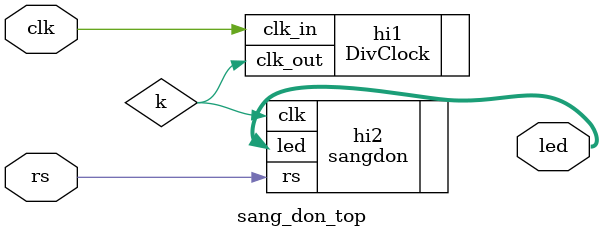
<source format=v>
`timescale 1ns / 1ps
module sang_don_top(
input clk,rs,
output [7:0]led
    );
	 wire k;
DivClock hi1 (.clk_in(clk),.clk_out(k));
sangdon  hi2 (.clk(k),.rs(rs),.led(led));
endmodule


</source>
